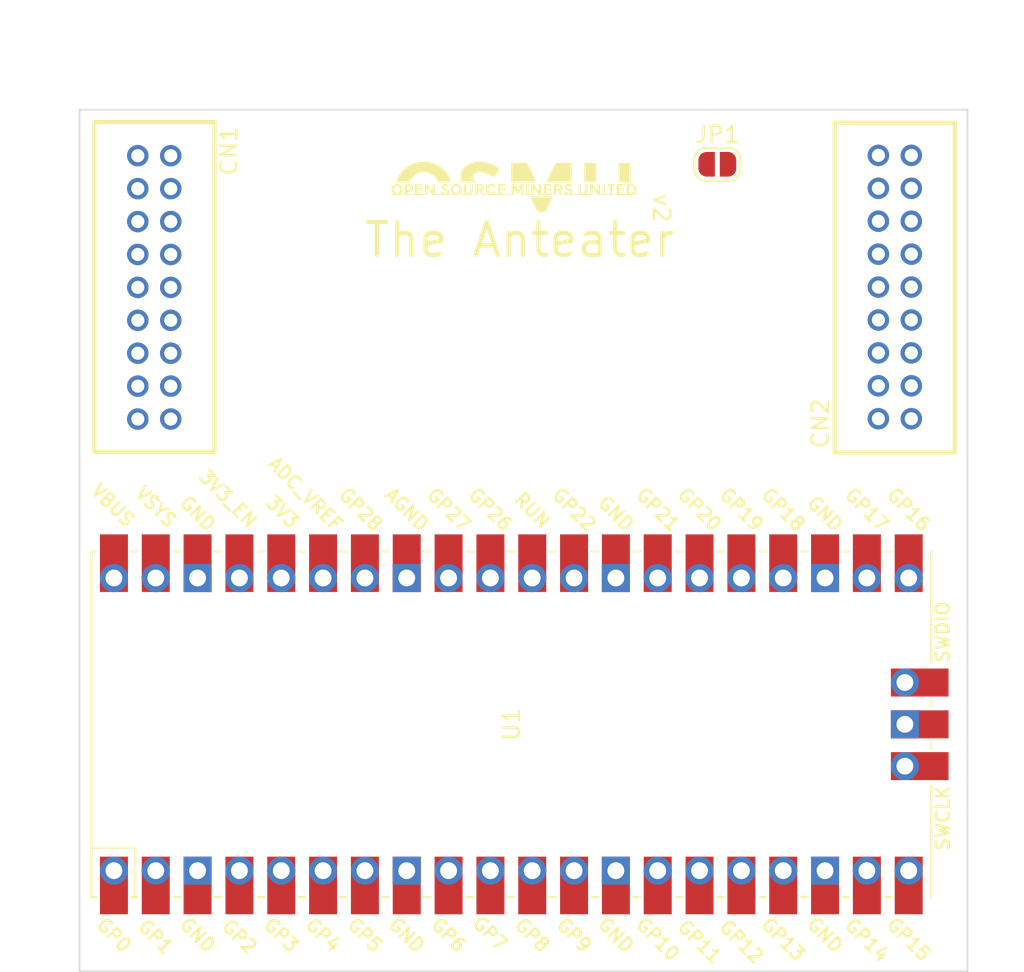
<source format=kicad_pcb>
(kicad_pcb (version 20240108) (generator "pcbnew") (generator_version "8.0")
  (layers (0 "F.Cu" signal) (1 "In1.Cu" signal) (2 "In2.Cu" signal) (31 "B.Cu" signal) (34 "B.Paste" user) (35 "F.Paste" user) (36 "B.SilkS" user "B.Silkscreen") (37 "F.SilkS" user "F.Silkscreen") (38 "B.Mask" user) (39 "F.Mask" user) (44 "Edge.Cuts" user))
  (net 0 "")
  (net 3 "/RST")
  (net 4 "/GND")
  (net 5 "/SCL")
  (net 6 "/SDA")
  (net 7 "/A2")
  (net 8 "/PLUG")
  (net 9 "/A0")
  (net 10 "/A1")
  (net 11 "/RX")
  (net 12 "/TX")
  (net 15 "/3V3")
  (net 16 "/HB_3V3")
  (footprint "antsniffer:LOGO" (layer "F.Cu") (at 140.5799 83.12166)
    (property "Reference" "Ge" (hide yes))
    (property "Value" "LOGO" (hide yes))
  )
  (footprint "antsniffer:CONN-TH_X2026WV-2-09D-46SN" (layer "F.Cu") (at 118.74 89.07 -90)
    (property "Reference" "CN1" (at -8.283 -4.518 -90) (layer "F.SilkS"))
    (property "Value" "X2026WRS-2X09D-LPSW")
    (pad "1" thru_hole circle (at 8.01 1.01 270) (size 1.3 1.3) (drill 0.8) (layers "*.Cu" "*.Mask") (net 4 "/GND"))
    (pad "2" thru_hole circle (at 8.01 -0.99 270) (size 1.3 1.3) (drill 0.8) (layers "*.Cu" "*.Mask") (net 4 "/GND"))
    (pad "3" thru_hole circle (at 6.01 1.01 270) (size 1.3 1.3) (drill 0.8) (layers "*.Cu" "*.Mask") (net 5 "/SCL"))
    (pad "4" thru_hole circle (at 6.01 -0.99 270) (size 1.3 1.3) (drill 0.8) (layers "*.Cu" "*.Mask") (net 6 "/SDA"))
    (pad "5" thru_hole circle (at 4.01 1.01 270) (size 1.3 1.3) (drill 0.8) (layers "*.Cu" "*.Mask") (net 7 "/A2"))
    (pad "6" thru_hole circle (at 4.01 -0.99 270) (size 1.3 1.3) (drill 0.8) (layers "*.Cu" "*.Mask") (net 8 "/PLUG"))
    (pad "7" thru_hole circle (at 2.01 1.01 270) (size 1.3 1.3) (drill 0.8) (layers "*.Cu" "*.Mask") (net 9 "/A0"))
    (pad "8" thru_hole circle (at 2.01 -0.99 270) (size 1.3 1.3) (drill 0.8) (layers "*.Cu" "*.Mask") (net 10 "/A1"))
    (pad "9" thru_hole circle (at 0.01 1.01 270) (size 1.3 1.3) (drill 0.8) (layers "*.Cu" "*.Mask") (net 4 "/GND"))
    (pad "10" thru_hole circle (at 0.01 -0.99 270) (size 1.3 1.3) (drill 0.8) (layers "*.Cu" "*.Mask") (net 4 "/GND"))
    (pad "11" thru_hole circle (at -1.99 1.01 270) (size 1.3 1.3) (drill 0.8) (layers "*.Cu" "*.Mask") (net 11 "/RX"))
    (pad "12" thru_hole circle (at -1.99 -0.99 270) (size 1.3 1.3) (drill 0.8) (layers "*.Cu" "*.Mask") (net 12 "/TX"))
    (pad "13" thru_hole circle (at -3.99 1.01 270) (size 1.3 1.3) (drill 0.8) (layers "*.Cu" "*.Mask") (net 4 "/GND"))
    (pad "14" thru_hole circle (at -3.99 -0.99 270) (size 1.3 1.3) (drill 0.8) (layers "*.Cu" "*.Mask") (net 4 "/GND"))
    (pad "15" thru_hole circle (at -5.99 1.01 270) (size 1.3 1.3) (drill 0.8) (layers "*.Cu" "*.Mask") (net 16 "/HB_3V3"))
    (pad "16" thru_hole circle (at -5.99 -0.99 270) (size 1.3 1.3) (drill 0.8) (layers "*.Cu" "*.Mask") (net 3 "/RST"))
    (pad "17" thru_hole circle (at -7.99 1.01 270) (size 1.3 1.3) (drill 0.8) (layers "*.Cu" "*.Mask"))
    (pad "18" thru_hole circle (at -7.99 -0.99 270) (size 1.3 1.3) (drill 0.8) (layers "*.Cu" "*.Mask"))
  )
  (footprint "antsniffer:CONN-TH_X2026WV-2-09D-46SN" (layer "F.Cu") (at 163.69 89.07 90)
    (property "Reference" "CN2" (at -8.283 -4.518 90) (layer "F.SilkS"))
    (property "Value" "X2026WRS-2X09D-LPSW")
    (pad "1" thru_hole circle (at 8.01 1.01 90) (size 1.3 1.3) (drill 0.8) (layers "*.Cu" "*.Mask"))
    (pad "2" thru_hole circle (at 8.01 -0.99 90) (size 1.3 1.3) (drill 0.8) (layers "*.Cu" "*.Mask"))
    (pad "3" thru_hole circle (at 6.01 1.01 90) (size 1.3 1.3) (drill 0.8) (layers "*.Cu" "*.Mask") (net 16 "/HB_3V3"))
    (pad "4" thru_hole circle (at 6.01 -0.99 90) (size 1.3 1.3) (drill 0.8) (layers "*.Cu" "*.Mask") (net 3 "/RST"))
    (pad "5" thru_hole circle (at 4.01 1.01 90) (size 1.3 1.3) (drill 0.8) (layers "*.Cu" "*.Mask") (net 4 "/GND"))
    (pad "6" thru_hole circle (at 4.01 -0.99 90) (size 1.3 1.3) (drill 0.8) (layers "*.Cu" "*.Mask") (net 4 "/GND"))
    (pad "7" thru_hole circle (at 2.01 1.01 90) (size 1.3 1.3) (drill 0.8) (layers "*.Cu" "*.Mask") (net 11 "/RX"))
    (pad "8" thru_hole circle (at 2.01 -0.99 90) (size 1.3 1.3) (drill 0.8) (layers "*.Cu" "*.Mask") (net 12 "/TX"))
    (pad "9" thru_hole circle (at 0.01 1.01 90) (size 1.3 1.3) (drill 0.8) (layers "*.Cu" "*.Mask") (net 4 "/GND"))
    (pad "10" thru_hole circle (at 0.01 -0.99 90) (size 1.3 1.3) (drill 0.8) (layers "*.Cu" "*.Mask") (net 4 "/GND"))
    (pad "11" thru_hole circle (at -1.99 1.01 90) (size 1.3 1.3) (drill 0.8) (layers "*.Cu" "*.Mask") (net 9 "/A0"))
    (pad "12" thru_hole circle (at -1.99 -0.99 90) (size 1.3 1.3) (drill 0.8) (layers "*.Cu" "*.Mask") (net 10 "/A1"))
    (pad "13" thru_hole circle (at -3.99 1.01 90) (size 1.3 1.3) (drill 0.8) (layers "*.Cu" "*.Mask") (net 7 "/A2"))
    (pad "14" thru_hole circle (at -3.99 -0.99 90) (size 1.3 1.3) (drill 0.8) (layers "*.Cu" "*.Mask") (net 8 "/PLUG"))
    (pad "15" thru_hole circle (at -5.99 1.01 90) (size 1.3 1.3) (drill 0.8) (layers "*.Cu" "*.Mask") (net 5 "/SCL"))
    (pad "16" thru_hole circle (at -5.99 -0.99 90) (size 1.3 1.3) (drill 0.8) (layers "*.Cu" "*.Mask") (net 6 "/SDA"))
    (pad "17" thru_hole circle (at -7.99 1.01 90) (size 1.3 1.3) (drill 0.8) (layers "*.Cu" "*.Mask") (net 4 "/GND"))
    (pad "18" thru_hole circle (at -7.99 -0.99 90) (size 1.3 1.3) (drill 0.8) (layers "*.Cu" "*.Mask") (net 4 "/GND"))
  )
  (footprint "Jumper:SolderJumper-2_P1.3mm_Open_RoundedPad1.0x1.5mm" (layer "F.Cu") (at 152.92 81.6)
    (property "Reference" "JP1" (at 0 -1.8 0) (layer "F.SilkS"))
    (property "Value" "SolderJumper_2_Open")
    (pad "1" smd custom (at -0.65 0) (size 1 0.5) (layers "F.Cu" "F.Mask") (net 15 "/3V3") (options (clearance outline) (anchor rect)) (primitives (gr_circle (center 0 0.25) (end 0.5 0.25) (width 0) (fill yes)) (gr_circle (center 0 -0.25) (end 0.5 -0.25) (width 0) (fill yes)) (gr_poly (pts (xy 0.5 0.75) (xy 0 0.75) (xy 0 -0.75) (xy 0.5 -0.75)) (width 0) (fill yes))))
    (pad "2" smd custom (at 0.65 0) (size 1 0.5) (layers "F.Cu" "F.Mask") (net 16 "/HB_3V3") (options (clearance outline) (anchor rect)) (primitives (gr_circle (center 0 0.25) (end 0.5 0.25) (width 0) (fill yes)) (gr_circle (center 0 -0.25) (end 0.5 -0.25) (width 0) (fill yes)) (gr_poly (pts (xy 0 0.75) (xy -0.5 0.75) (xy -0.5 -0.75) (xy 0 -0.75)) (width 0) (fill yes))))
  )
  (footprint "antsniffer:RPi_Pico_SMD_TH" (layer "F.Cu") (at 140.41 115.625 90)
    (property "Reference" "U1" (at 0 0 270) (layer "F.SilkS"))
    (property "Value" "Pico")
    (fp_text user "GP2" (at -12.9 -16.51 315) (layer "F.SilkS") (effects (font (size 0.8 0.8))))
    (fp_text user "GP27" (at 13.054 -3.8 315) (layer "F.SilkS") (effects (font (size 0.8 0.8))))
    (fp_text user "GP7" (at -12.7 -1.3 315) (layer "F.SilkS") (effects (font (size 0.8 0.8))))
    (fp_text user "GP4" (at -12.8 -11.43 315) (layer "F.SilkS") (effects (font (size 0.8 0.8))))
    (fp_text user "GND" (at -12.8 -19.05 315) (layer "F.SilkS") (effects (font (size 0.8 0.8))))
    (fp_text user "GP17" (at 13.054 21.59 315) (layer "F.SilkS") (effects (font (size 0.8 0.8))))
    (fp_text user "GP16" (at 13.054 24.13 315) (layer "F.SilkS") (effects (font (size 0.8 0.8))))
    (fp_text user "GP19" (at 13.054 13.97 315) (layer "F.SilkS") (effects (font (size 0.8 0.8))))
    (fp_text user "GP20" (at 13.054 11.43 315) (layer "F.SilkS") (effects (font (size 0.8 0.8))))
    (fp_text user "ADC_VREF" (at 14 -12.5 315) (layer "F.SilkS") (effects (font (size 0.8 0.8))))
    (fp_text user "GP21" (at 13.054 8.9 315) (layer "F.SilkS") (effects (font (size 0.8 0.8))))
    (fp_text user "GND" (at -12.8 19.05 315) (layer "F.SilkS") (effects (font (size 0.8 0.8))))
    (fp_text user "GP26" (at 13.054 -1.27 315) (layer "F.SilkS") (effects (font (size 0.8 0.8))))
    (fp_text user "GND" (at -12.8 6.35 315) (layer "F.SilkS") (effects (font (size 0.8 0.8))))
    (fp_text user "SWCLK" (at -5.7 26.2 270) (layer "F.SilkS") (effects (font (size 0.8 0.8))))
    (fp_text user "VSYS" (at 13.2 -21.59 315) (layer "F.SilkS") (effects (font (size 0.8 0.8))))
    (fp_text user "GP11" (at -13.2 11.43 315) (layer "F.SilkS") (effects (font (size 0.8 0.8))))
    (fp_text user "GP18" (at 13.054 16.51 315) (layer "F.SilkS") (effects (font (size 0.8 0.8))))
    (fp_text user "GP3" (at -12.8 -13.97 315) (layer "F.SilkS") (effects (font (size 0.8 0.8))))
    (fp_text user "GP14" (at -13.1 21.59 315) (layer "F.SilkS") (effects (font (size 0.8 0.8))))
    (fp_text user "GP22" (at 13.054 3.81 315) (layer "F.SilkS") (effects (font (size 0.8 0.8))))
    (fp_text user "RUN" (at 13 1.27 315) (layer "F.SilkS") (effects (font (size 0.8 0.8))))
    (fp_text user "SWDIO" (at 5.6 26.2 270) (layer "F.SilkS") (effects (font (size 0.8 0.8))))
    (fp_text user "GND" (at 12.8 6.35 315) (layer "F.SilkS") (effects (font (size 0.8 0.8))))
    (fp_text user "3V3_EN" (at 13.7 -17.2 315) (layer "F.SilkS") (effects (font (size 0.8 0.8))))
    (fp_text user "GP28" (at 13.054 -9.144 315) (layer "F.SilkS") (effects (font (size 0.8 0.8))))
    (fp_text user "GND" (at 12.8 19.05 315) (layer "F.SilkS") (effects (font (size 0.8 0.8))))
    (fp_text user "VBUS" (at 13.3 -24.2 315) (layer "F.SilkS") (effects (font (size 0.8 0.8))))
    (fp_text user "GND" (at -12.8 -6.35 315) (layer "F.SilkS") (effects (font (size 0.8 0.8))))
    (fp_text user "GP8" (at -12.8 1.27 315) (layer "F.SilkS") (effects (font (size 0.8 0.8))))
    (fp_text user "GP5" (at -12.8 -8.89 315) (layer "F.SilkS") (effects (font (size 0.8 0.8))))
    (fp_text user "GP6" (at -12.8 -3.81 315) (layer "F.SilkS") (effects (font (size 0.8 0.8))))
    (fp_text user "GP0" (at -12.8 -24.13 315) (layer "F.SilkS") (effects (font (size 0.8 0.8))))
    (fp_text user "GP10" (at -13.054 8.89 315) (layer "F.SilkS") (effects (font (size 0.8 0.8))))
    (fp_text user "GP15" (at -13.054 24.13 315) (layer "F.SilkS") (effects (font (size 0.8 0.8))))
    (fp_text user "AGND" (at 13.054 -6.35 315) (layer "F.SilkS") (effects (font (size 0.8 0.8))))
    (fp_text user "GND" (at 12.8 -19.05 315) (layer "F.SilkS") (effects (font (size 0.8 0.8))))
    (fp_text user "GP12" (at -13.2 13.97 315) (layer "F.SilkS") (effects (font (size 0.8 0.8))))
    (fp_text user "GP1" (at -12.9 -21.6 315) (layer "F.SilkS") (effects (font (size 0.8 0.8))))
    (fp_text user "3V3" (at 12.9 -13.9 315) (layer "F.SilkS") (effects (font (size 0.8 0.8))))
    (fp_text user "GP9" (at -12.8 3.81 315) (layer "F.SilkS") (effects (font (size 0.8 0.8))))
    (fp_text user "GP13" (at -13.054 16.51 315) (layer "F.SilkS") (effects (font (size 0.8 0.8))))
    (pad "" np_thru_hole oval (at -2.725 -24 90) (size 1.8 1.8) (drill 1.8) (layers "*.Cu" "*.Mask"))
    (pad "" np_thru_hole oval (at -2.425 -20.97 90) (size 1.5 1.5) (drill 1.5) (layers "*.Cu" "*.Mask"))
    (pad "" np_thru_hole oval (at 2.425 -20.97 90) (size 1.5 1.5) (drill 1.5) (layers "*.Cu" "*.Mask"))
    (pad "" np_thru_hole oval (at 2.725 -24 90) (size 1.8 1.8) (drill 1.8) (layers "*.Cu" "*.Mask"))
    (pad "1" thru_hole oval (at -8.89 -24.13 90) (size 1.7 1.7) (drill 1.02) (layers "*.Cu" "*.Mask"))
    (pad "1" smd rect (at -8.89 -24.13 90) (size 3.5 1.7) (drill (offset -0.9 0)) (layers "F.Cu" "F.Mask"))
    (pad "2" thru_hole oval (at -8.89 -21.59 90) (size 1.7 1.7) (drill 1.02) (layers "*.Cu" "*.Mask"))
    (pad "2" smd rect (at -8.89 -21.59 90) (size 3.5 1.7) (drill (offset -0.9 0)) (layers "F.Cu" "F.Mask"))
    (pad "3" thru_hole rect (at -8.89 -19.05 90) (size 1.7 1.7) (drill 1.02) (layers "*.Cu" "*.Mask") (net 4 "/GND"))
    (pad "3" smd rect (at -8.89 -19.05 90) (size 3.5 1.7) (drill (offset -0.9 0)) (layers "F.Cu" "F.Mask") (net 4 "/GND"))
    (pad "4" thru_hole oval (at -8.89 -16.51 90) (size 1.7 1.7) (drill 1.02) (layers "*.Cu" "*.Mask") (net 6 "/SDA"))
    (pad "4" smd rect (at -8.89 -16.51 90) (size 3.5 1.7) (drill (offset -0.9 0)) (layers "F.Cu" "F.Mask") (net 6 "/SDA"))
    (pad "5" thru_hole oval (at -8.89 -13.97 90) (size 1.7 1.7) (drill 1.02) (layers "*.Cu" "*.Mask") (net 5 "/SCL"))
    (pad "5" smd rect (at -8.89 -13.97 90) (size 3.5 1.7) (drill (offset -0.9 0)) (layers "F.Cu" "F.Mask") (net 5 "/SCL"))
    (pad "6" thru_hole oval (at -8.89 -11.43 90) (size 1.7 1.7) (drill 1.02) (layers "*.Cu" "*.Mask") (net 3 "/RST"))
    (pad "6" smd rect (at -8.89 -11.43 90) (size 3.5 1.7) (drill (offset -0.9 0)) (layers "F.Cu" "F.Mask") (net 3 "/RST"))
    (pad "7" thru_hole oval (at -8.89 -8.89 90) (size 1.7 1.7) (drill 1.02) (layers "*.Cu" "*.Mask") (net 8 "/PLUG"))
    (pad "7" smd rect (at -8.89 -8.89 90) (size 3.5 1.7) (drill (offset -0.9 0)) (layers "F.Cu" "F.Mask") (net 8 "/PLUG"))
    (pad "8" thru_hole rect (at -8.89 -6.35 90) (size 1.7 1.7) (drill 1.02) (layers "*.Cu" "*.Mask") (net 4 "/GND"))
    (pad "8" smd rect (at -8.89 -6.35 90) (size 3.5 1.7) (drill (offset -0.9 0)) (layers "F.Cu" "F.Mask") (net 4 "/GND"))
    (pad "9" thru_hole oval (at -8.89 -3.81 90) (size 1.7 1.7) (drill 1.02) (layers "*.Cu" "*.Mask") (net 12 "/TX"))
    (pad "9" smd rect (at -8.89 -3.81 90) (size 3.5 1.7) (drill (offset -0.9 0)) (layers "F.Cu" "F.Mask") (net 12 "/TX"))
    (pad "10" thru_hole oval (at -8.89 -1.27 90) (size 1.7 1.7) (drill 1.02) (layers "*.Cu" "*.Mask") (net 11 "/RX"))
    (pad "10" smd rect (at -8.89 -1.27 90) (size 3.5 1.7) (drill (offset -0.9 0)) (layers "F.Cu" "F.Mask") (net 11 "/RX"))
    (pad "11" thru_hole oval (at -8.89 1.27 90) (size 1.7 1.7) (drill 1.02) (layers "*.Cu" "*.Mask"))
    (pad "11" smd rect (at -8.89 1.27 90) (size 3.5 1.7) (drill (offset -0.9 0)) (layers "F.Cu" "F.Mask"))
    (pad "12" thru_hole oval (at -8.89 3.81 90) (size 1.7 1.7) (drill 1.02) (layers "*.Cu" "*.Mask"))
    (pad "12" smd rect (at -8.89 3.81 90) (size 3.5 1.7) (drill (offset -0.9 0)) (layers "F.Cu" "F.Mask"))
    (pad "13" thru_hole rect (at -8.89 6.35 90) (size 1.7 1.7) (drill 1.02) (layers "*.Cu" "*.Mask") (net 4 "/GND"))
    (pad "13" smd rect (at -8.89 6.35 90) (size 3.5 1.7) (drill (offset -0.9 0)) (layers "F.Cu" "F.Mask") (net 4 "/GND"))
    (pad "14" thru_hole oval (at -8.89 8.89 90) (size 1.7 1.7) (drill 1.02) (layers "*.Cu" "*.Mask"))
    (pad "14" smd rect (at -8.89 8.89 90) (size 3.5 1.7) (drill (offset -0.9 0)) (layers "F.Cu" "F.Mask"))
    (pad "15" thru_hole oval (at -8.89 11.43 90) (size 1.7 1.7) (drill 1.02) (layers "*.Cu" "*.Mask"))
    (pad "15" smd rect (at -8.89 11.43 90) (size 3.5 1.7) (drill (offset -0.9 0)) (layers "F.Cu" "F.Mask"))
    (pad "16" thru_hole oval (at -8.89 13.97 90) (size 1.7 1.7) (drill 1.02) (layers "*.Cu" "*.Mask"))
    (pad "16" smd rect (at -8.89 13.97 90) (size 3.5 1.7) (drill (offset -0.9 0)) (layers "F.Cu" "F.Mask"))
    (pad "17" thru_hole oval (at -8.89 16.51 90) (size 1.7 1.7) (drill 1.02) (layers "*.Cu" "*.Mask"))
    (pad "17" smd rect (at -8.89 16.51 90) (size 3.5 1.7) (drill (offset -0.9 0)) (layers "F.Cu" "F.Mask"))
    (pad "18" thru_hole rect (at -8.89 19.05 90) (size 1.7 1.7) (drill 1.02) (layers "*.Cu" "*.Mask") (net 4 "/GND"))
    (pad "18" smd rect (at -8.89 19.05 90) (size 3.5 1.7) (drill (offset -0.9 0)) (layers "F.Cu" "F.Mask") (net 4 "/GND"))
    (pad "19" thru_hole oval (at -8.89 21.59 90) (size 1.7 1.7) (drill 1.02) (layers "*.Cu" "*.Mask"))
    (pad "19" smd rect (at -8.89 21.59 90) (size 3.5 1.7) (drill (offset -0.9 0)) (layers "F.Cu" "F.Mask"))
    (pad "20" thru_hole oval (at -8.89 24.13 90) (size 1.7 1.7) (drill 1.02) (layers "*.Cu" "*.Mask"))
    (pad "20" smd rect (at -8.89 24.13 90) (size 3.5 1.7) (drill (offset -0.9 0)) (layers "F.Cu" "F.Mask"))
    (pad "21" thru_hole oval (at 8.89 24.13 90) (size 1.7 1.7) (drill 1.02) (layers "*.Cu" "*.Mask"))
    (pad "21" smd rect (at 8.89 24.13 90) (size 3.5 1.7) (drill (offset 0.9 0)) (layers "F.Cu" "F.Mask"))
    (pad "22" thru_hole oval (at 8.89 21.59 90) (size 1.7 1.7) (drill 1.02) (layers "*.Cu" "*.Mask"))
    (pad "22" smd rect (at 8.89 21.59 90) (size 3.5 1.7) (drill (offset 0.9 0)) (layers "F.Cu" "F.Mask"))
    (pad "23" thru_hole rect (at 8.89 19.05 90) (size 1.7 1.7) (drill 1.02) (layers "*.Cu" "*.Mask") (net 4 "/GND"))
    (pad "23" smd rect (at 8.89 19.05 90) (size 3.5 1.7) (drill (offset 0.9 0)) (layers "F.Cu" "F.Mask") (net 4 "/GND"))
    (pad "24" thru_hole oval (at 8.89 16.51 90) (size 1.7 1.7) (drill 1.02) (layers "*.Cu" "*.Mask"))
    (pad "24" smd rect (at 8.89 16.51 90) (size 3.5 1.7) (drill (offset 0.9 0)) (layers "F.Cu" "F.Mask"))
    (pad "25" thru_hole oval (at 8.89 13.97 90) (size 1.7 1.7) (drill 1.02) (layers "*.Cu" "*.Mask"))
    (pad "25" smd rect (at 8.89 13.97 90) (size 3.5 1.7) (drill (offset 0.9 0)) (layers "F.Cu" "F.Mask"))
    (pad "26" thru_hole oval (at 8.89 11.43 90) (size 1.7 1.7) (drill 1.02) (layers "*.Cu" "*.Mask"))
    (pad "26" smd rect (at 8.89 11.43 90) (size 3.5 1.7) (drill (offset 0.9 0)) (layers "F.Cu" "F.Mask"))
    (pad "27" thru_hole oval (at 8.89 8.89 90) (size 1.7 1.7) (drill 1.02) (layers "*.Cu" "*.Mask"))
    (pad "27" smd rect (at 8.89 8.89 90) (size 3.5 1.7) (drill (offset 0.9 0)) (layers "F.Cu" "F.Mask"))
    (pad "28" thru_hole rect (at 8.89 6.35 90) (size 1.7 1.7) (drill 1.02) (layers "*.Cu" "*.Mask") (net 4 "/GND"))
    (pad "28" smd rect (at 8.89 6.35 90) (size 3.5 1.7) (drill (offset 0.9 0)) (layers "F.Cu" "F.Mask") (net 4 "/GND"))
    (pad "29" thru_hole oval (at 8.89 3.81 90) (size 1.7 1.7) (drill 1.02) (layers "*.Cu" "*.Mask"))
    (pad "29" smd rect (at 8.89 3.81 90) (size 3.5 1.7) (drill (offset 0.9 0)) (layers "F.Cu" "F.Mask"))
    (pad "30" thru_hole oval (at 8.89 1.27 90) (size 1.7 1.7) (drill 1.02) (layers "*.Cu" "*.Mask"))
    (pad "30" smd rect (at 8.89 1.27 90) (size 3.5 1.7) (drill (offset 0.9 0)) (layers "F.Cu" "F.Mask"))
    (pad "31" thru_hole oval (at 8.89 -1.27 90) (size 1.7 1.7) (drill 1.02) (layers "*.Cu" "*.Mask"))
    (pad "31" smd rect (at 8.89 -1.27 90) (size 3.5 1.7) (drill (offset 0.9 0)) (layers "F.Cu" "F.Mask"))
    (pad "32" thru_hole oval (at 8.89 -3.81 90) (size 1.7 1.7) (drill 1.02) (layers "*.Cu" "*.Mask"))
    (pad "32" smd rect (at 8.89 -3.81 90) (size 3.5 1.7) (drill (offset 0.9 0)) (layers "F.Cu" "F.Mask"))
    (pad "33" thru_hole rect (at 8.89 -6.35 90) (size 1.7 1.7) (drill 1.02) (layers "*.Cu" "*.Mask") (net 4 "/GND"))
    (pad "33" smd rect (at 8.89 -6.35 90) (size 3.5 1.7) (drill (offset 0.9 0)) (layers "F.Cu" "F.Mask") (net 4 "/GND"))
    (pad "34" thru_hole oval (at 8.89 -8.89 90) (size 1.7 1.7) (drill 1.02) (layers "*.Cu" "*.Mask"))
    (pad "34" smd rect (at 8.89 -8.89 90) (size 3.5 1.7) (drill (offset 0.9 0)) (layers "F.Cu" "F.Mask"))
    (pad "35" thru_hole oval (at 8.89 -11.43 90) (size 1.7 1.7) (drill 1.02) (layers "*.Cu" "*.Mask"))
    (pad "35" smd rect (at 8.89 -11.43 90) (size 3.5 1.7) (drill (offset 0.9 0)) (layers "F.Cu" "F.Mask"))
    (pad "36" thru_hole oval (at 8.89 -13.97 90) (size 1.7 1.7) (drill 1.02) (layers "*.Cu" "*.Mask") (net 15 "/3V3"))
    (pad "36" smd rect (at 8.89 -13.97 90) (size 3.5 1.7) (drill (offset 0.9 0)) (layers "F.Cu" "F.Mask") (net 15 "/3V3"))
    (pad "37" thru_hole oval (at 8.89 -16.51 90) (size 1.7 1.7) (drill 1.02) (layers "*.Cu" "*.Mask"))
    (pad "37" smd rect (at 8.89 -16.51 90) (size 3.5 1.7) (drill (offset 0.9 0)) (layers "F.Cu" "F.Mask"))
    (pad "38" thru_hole rect (at 8.89 -19.05 90) (size 1.7 1.7) (drill 1.02) (layers "*.Cu" "*.Mask") (net 4 "/GND"))
    (pad "38" smd rect (at 8.89 -19.05 90) (size 3.5 1.7) (drill (offset 0.9 0)) (layers "F.Cu" "F.Mask") (net 4 "/GND"))
    (pad "39" thru_hole oval (at 8.89 -21.59 90) (size 1.7 1.7) (drill 1.02) (layers "*.Cu" "*.Mask"))
    (pad "39" smd rect (at 8.89 -21.59 90) (size 3.5 1.7) (drill (offset 0.9 0)) (layers "F.Cu" "F.Mask"))
    (pad "40" thru_hole oval (at 8.89 -24.13 90) (size 1.7 1.7) (drill 1.02) (layers "*.Cu" "*.Mask"))
    (pad "40" smd rect (at 8.89 -24.13 90) (size 3.5 1.7) (drill (offset 0.9 0)) (layers "F.Cu" "F.Mask"))
    (pad "41" thru_hole oval (at -2.54 23.9 90) (size 1.7 1.7) (drill 1.02) (layers "*.Cu" "*.Mask"))
    (pad "41" smd rect (at -2.54 23.9 180) (size 3.5 1.7) (drill (offset -0.9 0)) (layers "F.Cu" "F.Mask"))
    (pad "42" thru_hole rect (at 0 23.9 90) (size 1.7 1.7) (drill 1.02) (layers "*.Cu" "*.Mask"))
    (pad "42" smd rect (at 0 23.9 180) (size 3.5 1.7) (drill (offset -0.9 0)) (layers "F.Cu" "F.Mask"))
    (pad "43" thru_hole oval (at 2.54 23.9 90) (size 1.7 1.7) (drill 1.02) (layers "*.Cu" "*.Mask"))
    (pad "43" smd rect (at 2.54 23.9 180) (size 3.5 1.7) (drill (offset -0.9 0)) (layers "F.Cu" "F.Mask"))
  )
  (gr_rect (start 114.19 78.28) (end 168.11 130.63) (stroke (width 0.1)) (fill none) (layer "Edge.Cuts"))
  (gr_text "The Anteater" (at 131.3199 87.3596 0) (layer "F.SilkS") (effects (font (size 2 2) (thickness 0.25)) (justify left bottom)))
  (gr_text "v2" (at 148.94 83.3 -90) (layer "F.SilkS") (effects (font (size 1 1)) (justify left bottom)))
)
</source>
